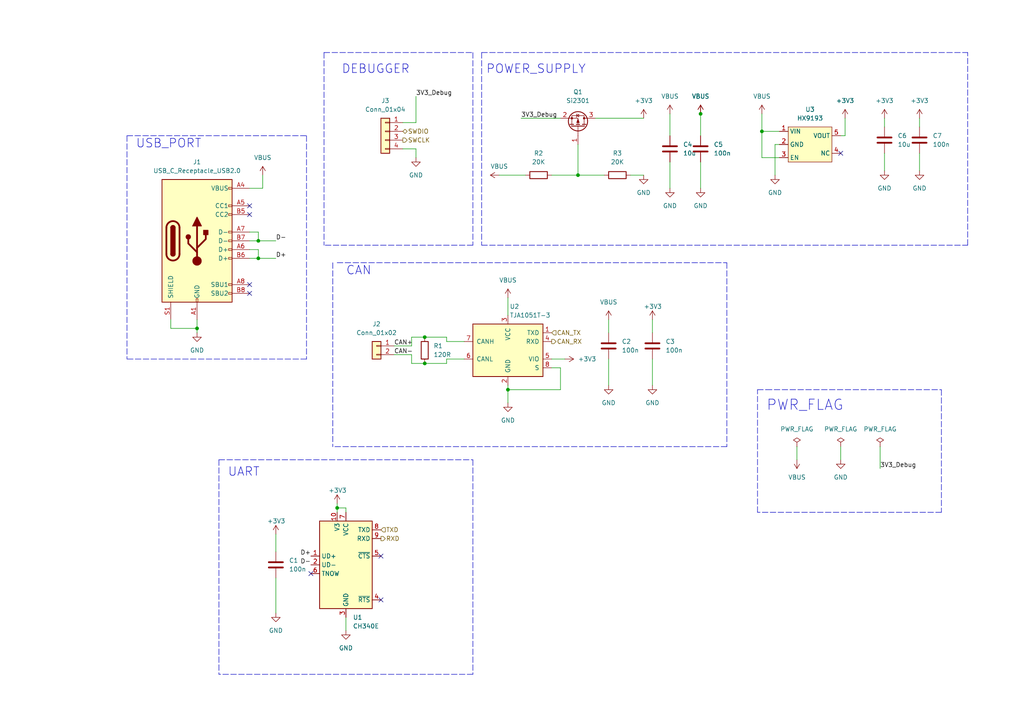
<source format=kicad_sch>
(kicad_sch (version 20211123) (generator eeschema)
  (paper "A4")
  (lib_symbols
    (symbol "Connector:USB_C_Receptacle_USB2.0" (pin_names (offset 1.016))
      (property "Reference" "J" (at -10.16 19.05 0))
      (property "Value" "USB_C_Receptacle_USB2.0" (at 19.05 19.05 0))
      (symbol "USB_C_Receptacle_USB2.0_0_0"
        (rectangle (start -0.254 -17.78) (end 0.254 -16.764))
        (rectangle (start 10.16 -14.986) (end 9.144 -15.494))
        (rectangle (start 10.16 -12.446) (end 9.144 -12.954))
        (rectangle (start 10.16 -4.826) (end 9.144 -5.334))
        (rectangle (start 10.16 -2.286) (end 9.144 -2.794))
        (rectangle (start 10.16 0.254) (end 9.144 -0.254))
        (rectangle (start 10.16 2.794) (end 9.144 2.286))
        (rectangle (start 10.16 7.874) (end 9.144 7.366))
        (rectangle (start 10.16 10.414) (end 9.144 9.906))
        (rectangle (start 10.16 15.494) (end 9.144 14.986))
      )
      (symbol "USB_C_Receptacle_USB2.0_0_1"
        (rectangle (start -10.16 17.78) (end 10.16 -17.78) (stroke (width 0.254)) (fill (type background)))
        (arc (start -8.89 -3.81) (mid -6.985 -5.715) (end -5.08 -3.81) (stroke (width 0.508)))
        (arc (start -7.62 -3.81) (mid -6.985 -4.445) (end -6.35 -3.81) (stroke (width 0.254)))
        (arc (start -7.62 -3.81) (mid -6.985 -4.445) (end -6.35 -3.81) (stroke (width 0.254)) (fill (type outline)))
        (rectangle (start -7.62 -3.81) (end -6.35 3.81) (stroke (width 0.254)) (fill (type outline)))
        (arc (start -6.35 3.81) (mid -6.985 4.445) (end -7.62 3.81) (stroke (width 0.254)))
        (arc (start -6.35 3.81) (mid -6.985 4.445) (end -7.62 3.81) (stroke (width 0.254)) (fill (type outline)))
        (arc (start -5.08 3.81) (mid -6.985 5.715) (end -8.89 3.81) (stroke (width 0.508)))
        (circle (center -2.54 1.143) (radius 0.635) (stroke (width 0.254)) (fill (type outline)))
        (circle (center 0 -5.842) (radius 1.27) (fill (type outline)))
        (polyline (pts (xy -8.89 -3.81) (xy -8.89 3.81)) (stroke (width 0.508)))
        (polyline (pts (xy -5.08 3.81) (xy -5.08 -3.81)) (stroke (width 0.508)))
        (polyline (pts (xy 0 -5.842) (xy 0 4.318)) (stroke (width 0.508)))
        (polyline (pts (xy 0 -3.302) (xy -2.54 -0.762) (xy -2.54 0.508)) (stroke (width 0.508)))
        (polyline (pts (xy 0 -2.032) (xy 2.54 0.508) (xy 2.54 1.778)) (stroke (width 0.508)))
        (polyline (pts (xy -1.27 4.318) (xy 0 6.858) (xy 1.27 4.318) (xy -1.27 4.318)) (stroke (width 0.254)) (fill (type outline)))
        (rectangle (start 1.905 1.778) (end 3.175 3.048) (stroke (width 0.254)) (fill (type outline)))
      )
      (symbol "USB_C_Receptacle_USB2.0_1_1"
        (pin passive line (at 0 -22.86 90) (length 5.08) (name "GND") (number "A1"))
        (pin passive line (at 0 -22.86 90) (length 5.08) hide (name "GND") (number "A12"))
        (pin passive line (at 15.24 15.24 180) (length 5.08) (name "VBUS") (number "A4"))
        (pin bidirectional line (at 15.24 10.16 180) (length 5.08) (name "CC1") (number "A5"))
        (pin bidirectional line (at 15.24 -2.54 180) (length 5.08) (name "D+") (number "A6"))
        (pin bidirectional line (at 15.24 2.54 180) (length 5.08) (name "D-") (number "A7"))
        (pin bidirectional line (at 15.24 -12.7 180) (length 5.08) (name "SBU1") (number "A8"))
        (pin passive line (at 15.24 15.24 180) (length 5.08) hide (name "VBUS") (number "A9"))
        (pin passive line (at 0 -22.86 90) (length 5.08) hide (name "GND") (number "B1"))
        (pin passive line (at 0 -22.86 90) (length 5.08) hide (name "GND") (number "B12"))
        (pin passive line (at 15.24 15.24 180) (length 5.08) hide (name "VBUS") (number "B4"))
        (pin bidirectional line (at 15.24 7.62 180) (length 5.08) (name "CC2") (number "B5"))
        (pin bidirectional line (at 15.24 -5.08 180) (length 5.08) (name "D+") (number "B6"))
        (pin bidirectional line (at 15.24 0 180) (length 5.08) (name "D-") (number "B7"))
        (pin bidirectional line (at 15.24 -15.24 180) (length 5.08) (name "SBU2") (number "B8"))
        (pin passive line (at 15.24 15.24 180) (length 5.08) hide (name "VBUS") (number "B9"))
        (pin passive line (at -7.62 -22.86 90) (length 5.08) (name "SHIELD") (number "S1"))
      )
    )
    (symbol "Connector_Generic:Conn_01x02" (pin_names (offset 1.016) hide)
      (property "Reference" "J" (at 0 2.54 0))
      (property "Value" "Conn_01x02" (at 0 -5.08 0))
      (symbol "Conn_01x02_1_1"
        (rectangle (start -1.27 -2.413) (end 0 -2.667) (stroke (width 0.1524)))
        (rectangle (start -1.27 0.127) (end 0 -0.127) (stroke (width 0.1524)))
        (rectangle (start -1.27 1.27) (end 1.27 -3.81) (stroke (width 0.254)) (fill (type background)))
        (pin passive line (at -5.08 0 0) (length 3.81) (name "Pin_1") (number "1"))
        (pin passive line (at -5.08 -2.54 0) (length 3.81) (name "Pin_2") (number "2"))
      )
    )
    (symbol "Connector_Generic:Conn_01x04" (pin_names (offset 1.016) hide)
      (property "Reference" "J" (at 0 5.08 0))
      (property "Value" "Conn_01x04" (at 0 -7.62 0))
      (symbol "Conn_01x04_1_1"
        (rectangle (start -1.27 -4.953) (end 0 -5.207) (stroke (width 0.1524)))
        (rectangle (start -1.27 -2.413) (end 0 -2.667) (stroke (width 0.1524)))
        (rectangle (start -1.27 0.127) (end 0 -0.127) (stroke (width 0.1524)))
        (rectangle (start -1.27 2.667) (end 0 2.413) (stroke (width 0.1524)))
        (rectangle (start -1.27 3.81) (end 1.27 -6.35) (stroke (width 0.254)) (fill (type background)))
        (pin passive line (at -5.08 2.54 0) (length 3.81) (name "Pin_1") (number "1"))
        (pin passive line (at -5.08 0 0) (length 3.81) (name "Pin_2") (number "2"))
        (pin passive line (at -5.08 -2.54 0) (length 3.81) (name "Pin_3") (number "3"))
        (pin passive line (at -5.08 -5.08 0) (length 3.81) (name "Pin_4") (number "4"))
      )
    )
    (symbol "Device:C" (pin_numbers hide) (pin_names (offset 0.254))
      (property "Reference" "C" (at 0.635 2.54 0))
      (property "Value" "C" (at 0.635 -2.54 0))
      (symbol "C_0_1"
        (polyline (pts (xy -2.032 -0.762) (xy 2.032 -0.762)) (stroke (width 0.508)))
        (polyline (pts (xy -2.032 0.762) (xy 2.032 0.762)) (stroke (width 0.508)))
      )
      (symbol "C_1_1"
        (pin passive line (at 0 3.81 270) (length 2.794) (name "~") (number "1"))
        (pin passive line (at 0 -3.81 90) (length 2.794) (name "~") (number "2"))
      )
    )
    (symbol "Device:R" (pin_numbers hide) (pin_names (offset 0))
      (property "Reference" "R" (at 2.032 0 90))
      (property "Value" "R" (at 0 0 90))
      (symbol "R_0_1"
        (rectangle (start -1.016 -2.54) (end 1.016 2.54) (stroke (width 0.254)))
      )
      (symbol "R_1_1"
        (pin passive line (at 0 3.81 270) (length 1.27) (name "~") (number "1"))
        (pin passive line (at 0 -3.81 90) (length 1.27) (name "~") (number "2"))
      )
    )
    (symbol "Interface_CAN_LIN:TJA1051T-3" (pin_names (offset 1.016))
      (property "Reference" "U" (at -10.16 8.89 0))
      (property "Value" "TJA1051T-3" (at 1.27 8.89 0))
      (symbol "TJA1051T-3_0_1"
        (rectangle (start -10.16 7.62) (end 10.16 -7.62) (stroke (width 0.254)) (fill (type background)))
      )
      (symbol "TJA1051T-3_1_1"
        (pin input line (at -12.7 5.08 0) (length 2.54) (name "TXD") (number "1"))
        (pin power_in line (at 0 -10.16 90) (length 2.54) (name "GND") (number "2"))
        (pin power_in line (at 0 10.16 270) (length 2.54) (name "VCC") (number "3"))
        (pin output line (at -12.7 2.54 0) (length 2.54) (name "RXD") (number "4"))
        (pin power_in line (at -12.7 -2.54 0) (length 2.54) (name "VIO") (number "5"))
        (pin bidirectional line (at 12.7 -2.54 180) (length 2.54) (name "CANL") (number "6"))
        (pin bidirectional line (at 12.7 2.54 180) (length 2.54) (name "CANH") (number "7"))
        (pin input line (at -12.7 -5.08 0) (length 2.54) (name "S") (number "8"))
      )
    )
    (symbol "Interface_USB:CH340E"
      (property "Reference" "U" (at -5.08 13.97 0))
      (property "Value" "CH340E" (at 1.27 13.97 0))
      (symbol "CH340E_0_1"
        (rectangle (start -7.62 12.7) (end 7.62 -12.7) (stroke (width 0.254)) (fill (type background)))
      )
      (symbol "CH340E_1_1"
        (pin bidirectional line (at -10.16 2.54 0) (length 2.54) (name "UD+") (number "1"))
        (pin passive line (at -2.54 15.24 270) (length 2.54) (name "V3") (number "10"))
        (pin bidirectional line (at -10.16 0 0) (length 2.54) (name "UD-") (number "2"))
        (pin power_in line (at 0 -15.24 90) (length 2.54) (name "GND") (number "3"))
        (pin output line (at 10.16 -10.16 180) (length 2.54) (name "~{RTS}") (number "4"))
        (pin input line (at 10.16 2.54 180) (length 2.54) (name "~{CTS}") (number "5"))
        (pin output line (at -10.16 -2.54 0) (length 2.54) (name "TNOW") (number "6"))
        (pin power_in line (at 0 15.24 270) (length 2.54) (name "VCC") (number "7"))
        (pin output line (at 10.16 10.16 180) (length 2.54) (name "TXD") (number "8"))
        (pin input line (at 10.16 7.62 180) (length 2.54) (name "RXD") (number "9"))
      )
    )
    (symbol "New_Library:HX9193"
      (property "Reference" "U" (at 6.35 6.35 0))
      (property "Value" "HX9193" (at -2.54 6.35 0))
      (symbol "HX9193_0_1"
        (rectangle (start -6.35 5.08) (end -6.35 5.08))
        (rectangle (start -6.35 5.08) (end 6.35 -5.08) (fill (type background)))
      )
      (symbol "HX9193_1_1"
        (pin power_in line (at -8.89 3.81 0) (length 2.54) (name "VIN") (number "1"))
        (pin power_in line (at -8.89 0 0) (length 2.54) (name "GND") (number "2"))
        (pin input line (at -8.89 -3.81 0) (length 2.54) (name "EN") (number "3"))
        (pin bidirectional line (at 8.89 -2.54 180) (length 2.54) (name "NC") (number "4"))
        (pin power_out line (at 8.89 2.54 180) (length 2.54) (name "VOUT") (number "5"))
      )
    )
    (symbol "Transistor_FET:Si2319CDS" (pin_names hide)
      (property "Reference" "Q" (at 5.08 1.905 0))
      (property "Value" "Si2319CDS" (at 5.08 0 0))
      (symbol "Si2319CDS_0_1"
        (polyline (pts (xy 0.254 0) (xy -2.54 0)))
        (polyline (pts (xy 0.254 1.905) (xy 0.254 -1.905)) (stroke (width 0.254)))
        (polyline (pts (xy 0.762 -1.27) (xy 0.762 -2.286)) (stroke (width 0.254)))
        (polyline (pts (xy 0.762 0.508) (xy 0.762 -0.508)) (stroke (width 0.254)))
        (polyline (pts (xy 0.762 2.286) (xy 0.762 1.27)) (stroke (width 0.254)))
        (polyline (pts (xy 2.54 2.54) (xy 2.54 1.778)))
        (polyline (pts (xy 2.54 -2.54) (xy 2.54 0) (xy 0.762 0)))
        (polyline (pts (xy 0.762 1.778) (xy 3.302 1.778) (xy 3.302 -1.778) (xy 0.762 -1.778)))
        (polyline (pts (xy 2.286 0) (xy 1.27 0.381) (xy 1.27 -0.381) (xy 2.286 0)) (fill (type outline)))
        (polyline (pts (xy 2.794 -0.508) (xy 2.921 -0.381) (xy 3.683 -0.381) (xy 3.81 -0.254)))
        (polyline (pts (xy 3.302 -0.381) (xy 2.921 0.254) (xy 3.683 0.254) (xy 3.302 -0.381)))
        (circle (center 1.651 0) (radius 2.794) (stroke (width 0.254)))
        (circle (center 2.54 -1.778) (radius 0.254) (fill (type outline)))
        (circle (center 2.54 1.778) (radius 0.254) (fill (type outline)))
      )
      (symbol "Si2319CDS_1_1"
        (pin input line (at -5.08 0 0) (length 2.54) (name "G") (number "1"))
        (pin passive line (at 2.54 -5.08 90) (length 2.54) (name "S") (number "2"))
        (pin passive line (at 2.54 5.08 270) (length 2.54) (name "D") (number "3"))
      )
    )
    (symbol "power:+3V3" (power) (pin_names (offset 0))
      (property "Value" "+3V3" (at 0 3.556 0))
      (symbol "+3V3_0_1"
        (polyline (pts (xy -0.762 1.27) (xy 0 2.54)))
        (polyline (pts (xy 0 0) (xy 0 2.54)))
        (polyline (pts (xy 0 2.54) (xy 0.762 1.27)))
      )
      (symbol "+3V3_1_1"
        (pin power_in line (at 0 0 90) (length 0) hide (name "+3V3") (number "1"))
      )
    )
    (symbol "power:GND" (power) (pin_names (offset 0))
      (property "Value" "GND" (at 0 -3.81 0))
      (symbol "GND_0_1"
        (polyline (pts (xy 0 0) (xy 0 -1.27) (xy 1.27 -1.27) (xy 0 -2.54) (xy -1.27 -1.27) (xy 0 -1.27)))
      )
      (symbol "GND_1_1"
        (pin power_in line (at 0 0 270) (length 0) hide (name "GND") (number "1"))
      )
    )
    (symbol "power:PWR_FLAG" (power) (pin_numbers hide) (pin_names (offset 0) hide)
      (property "Value" "PWR_FLAG" (at 0 3.81 0))
      (symbol "PWR_FLAG_0_0"
        (pin power_out line (at 0 0 90) (length 0) (name "pwr") (number "1"))
      )
      (symbol "PWR_FLAG_0_1"
        (polyline (pts (xy 0 0) (xy 0 1.27) (xy -1.016 1.905) (xy 0 2.54) (xy 1.016 1.905) (xy 0 1.27)))
      )
    )
    (symbol "power:VBUS" (power) (pin_names (offset 0))
      (property "Value" "VBUS" (at 0 3.81 0))
      (symbol "VBUS_0_1"
        (polyline (pts (xy -0.762 1.27) (xy 0 2.54)))
        (polyline (pts (xy 0 0) (xy 0 2.54)))
        (polyline (pts (xy 0 2.54) (xy 0.762 1.27)))
      )
      (symbol "VBUS_1_1"
        (pin power_in line (at 0 0 90) (length 0) hide (name "VBUS") (number "1"))
      )
    )
  )
  (junction (at 167.64 50.8))
  (junction (at 57.15 95.25))
  (junction (at 74.93 74.93))
  (junction (at 74.93 69.85))
  (junction (at 147.32 113.03))
  (junction (at 220.98 38.1))
  (junction (at 203.2 33.02))
  (junction (at 123.19 105.41))
  (junction (at 97.79 147.32))
  (junction (at 123.19 97.79))
  (no_connect (at 243.84 44.45))
  (no_connect (at 90.17 166.37))
  (no_connect (at 110.49 173.99))
  (no_connect (at 110.49 161.29))
  (no_connect (at 72.39 82.55))
  (no_connect (at 72.39 85.09))
  (no_connect (at 72.39 62.23))
  (no_connect (at 72.39 59.69))
  (polyline (pts (xy 210.82 76.2) (xy 210.82 129.54)))
  (wire (pts (xy 116.84 43.18) (xy 120.65 43.18)))
  (wire (pts (xy 256.54 44.45) (xy 256.54 49.53)))
  (polyline (pts (xy 139.7 71.12) (xy 280.67 71.12)))
  (wire (pts (xy 74.93 72.39) (xy 74.93 74.93)))
  (polyline (pts (xy 93.98 15.24) (xy 93.98 71.12)))
  (wire (pts (xy 97.79 147.32) (xy 97.79 148.59)))
  (wire (pts (xy 100.33 148.59) (xy 100.33 147.32)))
  (wire (pts (xy 167.64 50.8) (xy 175.26 50.8)))
  (wire (pts (xy 116.84 35.56) (xy 120.65 35.56)))
  (wire (pts (xy 114.3 100.33) (xy 119.38 100.33)))
  (wire (pts (xy 74.93 67.31) (xy 74.93 69.85)))
  (polyline (pts (xy 93.98 15.24) (xy 137.16 15.24)))
  (wire (pts (xy 49.53 95.25) (xy 57.15 95.25)))
  (wire (pts (xy 76.2 54.61) (xy 72.39 54.61)))
  (wire (pts (xy 182.88 50.8) (xy 186.69 50.8)))
  (polyline (pts (xy 88.9 104.14) (xy 36.83 104.14)))
  (wire (pts (xy 114.3 102.87) (xy 119.38 102.87)))
  (polyline (pts (xy 63.5 133.35) (xy 63.5 195.58)))
  (wire (pts (xy 162.56 106.68) (xy 162.56 113.03)))
  (wire (pts (xy 189.23 104.14) (xy 189.23 111.76)))
  (wire (pts (xy 57.15 92.71) (xy 57.15 95.25)))
  (wire (pts (xy 72.39 69.85) (xy 74.93 69.85)))
  (wire (pts (xy 147.32 86.36) (xy 147.32 91.44)))
  (wire (pts (xy 176.53 92.71) (xy 176.53 96.52)))
  (polyline (pts (xy 97.79 76.2) (xy 210.82 76.2)))
  (wire (pts (xy 74.93 74.93) (xy 80.01 74.93)))
  (wire (pts (xy 226.06 45.72) (xy 220.98 45.72)))
  (wire (pts (xy 100.33 179.07) (xy 100.33 182.88)))
  (wire (pts (xy 74.93 69.85) (xy 80.01 69.85)))
  (wire (pts (xy 72.39 67.31) (xy 74.93 67.31)))
  (wire (pts (xy 57.15 95.25) (xy 57.15 96.52)))
  (polyline (pts (xy 137.16 195.58) (xy 63.5 195.58)))
  (wire (pts (xy 255.27 129.54) (xy 255.27 135.89)))
  (polyline (pts (xy 210.82 129.54) (xy 96.52 129.54)))
  (wire (pts (xy 245.11 39.37) (xy 243.84 39.37)))
  (wire (pts (xy 243.84 129.54) (xy 243.84 133.35)))
  (wire (pts (xy 220.98 38.1) (xy 226.06 38.1)))
  (wire (pts (xy 120.65 43.18) (xy 120.65 45.72)))
  (wire (pts (xy 119.38 97.79) (xy 123.19 97.79)))
  (wire (pts (xy 194.31 46.99) (xy 194.31 54.61)))
  (wire (pts (xy 97.79 146.05) (xy 97.79 147.32)))
  (wire (pts (xy 129.54 104.14) (xy 129.54 105.41)))
  (wire (pts (xy 220.98 38.1) (xy 220.98 45.72)))
  (wire (pts (xy 224.79 41.91) (xy 224.79 50.8)))
  (polyline (pts (xy 273.05 113.03) (xy 273.05 148.59)))
  (wire (pts (xy 129.54 99.06) (xy 129.54 97.79)))
  (polyline (pts (xy 96.52 76.2) (xy 96.52 129.54)))
  (wire (pts (xy 160.02 106.68) (xy 162.56 106.68)))
  (wire (pts (xy 72.39 72.39) (xy 74.93 72.39)))
  (wire (pts (xy 194.31 33.02) (xy 194.31 39.37)))
  (wire (pts (xy 176.53 104.14) (xy 176.53 111.76)))
  (wire (pts (xy 76.2 50.8) (xy 76.2 54.61)))
  (wire (pts (xy 266.7 44.45) (xy 266.7 49.53)))
  (polyline (pts (xy 273.05 148.59) (xy 219.71 148.59)))
  (wire (pts (xy 119.38 100.33) (xy 119.38 97.79)))
  (wire (pts (xy 134.62 104.14) (xy 129.54 104.14)))
  (wire (pts (xy 129.54 97.79) (xy 123.19 97.79)))
  (wire (pts (xy 49.53 92.71) (xy 49.53 95.25)))
  (wire (pts (xy 189.23 92.71) (xy 189.23 96.52)))
  (wire (pts (xy 80.01 167.64) (xy 80.01 177.8)))
  (polyline (pts (xy 88.9 39.37) (xy 88.9 104.14)))
  (polyline (pts (xy 63.5 133.35) (xy 137.16 133.35)))
  (wire (pts (xy 119.38 105.41) (xy 123.19 105.41)))
  (wire (pts (xy 231.14 129.54) (xy 231.14 133.35)))
  (wire (pts (xy 167.64 41.91) (xy 167.64 50.8)))
  (wire (pts (xy 123.19 105.41) (xy 129.54 105.41)))
  (wire (pts (xy 220.98 33.02) (xy 220.98 38.1)))
  (wire (pts (xy 80.01 154.94) (xy 80.01 160.02)))
  (wire (pts (xy 100.33 147.32) (xy 97.79 147.32)))
  (polyline (pts (xy 36.83 39.37) (xy 36.83 104.14)))
  (wire (pts (xy 120.65 27.94) (xy 120.65 35.56)))
  (polyline (pts (xy 139.7 15.24) (xy 139.7 71.12)))
  (wire (pts (xy 256.54 34.29) (xy 256.54 36.83)))
  (wire (pts (xy 172.72 34.29) (xy 186.69 34.29)))
  (polyline (pts (xy 36.83 39.37) (xy 88.9 39.37)))
  (polyline (pts (xy 222.25 113.03) (xy 273.05 113.03)))
  (polyline (pts (xy 137.16 133.35) (xy 137.16 195.58)))
  (polyline (pts (xy 219.71 148.59) (xy 219.71 113.03)))
  (wire (pts (xy 266.7 34.29) (xy 266.7 36.83)))
  (wire (pts (xy 160.02 104.14) (xy 163.83 104.14)))
  (wire (pts (xy 119.38 102.87) (xy 119.38 105.41)))
  (wire (pts (xy 134.62 99.06) (xy 129.54 99.06)))
  (polyline (pts (xy 137.16 15.24) (xy 137.16 71.12)))
  (polyline (pts (xy 137.16 71.12) (xy 93.98 71.12)))
  (polyline (pts (xy 280.67 71.12) (xy 280.67 15.24)))
  (wire (pts (xy 203.2 33.02) (xy 203.2 39.37)))
  (polyline (pts (xy 139.7 15.24) (xy 280.67 15.24)))
  (wire (pts (xy 147.32 111.76) (xy 147.32 113.03)))
  (wire (pts (xy 72.39 74.93) (xy 74.93 74.93)))
  (wire (pts (xy 203.2 46.99) (xy 203.2 54.61)))
  (wire (pts (xy 151.13 34.29) (xy 162.56 34.29)))
  (wire (pts (xy 144.78 50.8) (xy 152.4 50.8)))
  (wire (pts (xy 224.79 41.91) (xy 226.06 41.91)))
  (wire (pts (xy 160.02 50.8) (xy 167.64 50.8)))
  (wire (pts (xy 245.11 34.29) (xy 245.11 39.37)))
  (wire (pts (xy 162.56 113.03) (xy 147.32 113.03)))
  (wire (pts (xy 147.32 113.03) (xy 147.32 116.84)))
  (polyline (pts (xy 219.71 113.03) (xy 222.25 113.03)))
  (text "PWR_FLAG" (at 222.25 119.38 0) (effects (font (size 3 3)) (justify left bottom)))
  (text "USB_PORT\n" (at 39.37 43.18 0) (effects (font (size 2.5 2.5)) (justify left bottom)))
  (text "UART" (at 66.04 138.43 0) (effects (font (size 2.5 2.5)) (justify left bottom)))
  (text "DEBUGGER\n" (at 99.06 21.59 0) (effects (font (size 2.5 2.5)) (justify left bottom)))
  (text "POWER_SUPPLY" (at 140.97 21.59 0) (effects (font (size 2.5 2.5)) (justify left bottom)))
  (text "CAN" (at 100.33 80.01 0) (effects (font (size 2.5 2.5)) (justify left bottom)))
  (label "CAN-" (at 114.3 102.87 0))
  (label "CAN+" (at 114.3 100.33 0))
  (label "D+" (at 80.01 74.93 0))
  (label "3V3_Debug" (at 255.27 135.89 0))
  (label "D+" (at 90.17 161.29 180))
  (label "3V3_Debug" (at 120.65 27.94 0))
  (label "D-" (at 80.01 69.85 0))
  (label "D-" (at 90.17 163.83 180))
  (label "3V3_Debug" (at 151.13 34.29 0))
  (hierarchical_label "CAN_TX" (shape input) (at 160.02 96.52 0))
  (hierarchical_label "SWDIO" (shape bidirectional) (at 116.84 38.1 0))
  (hierarchical_label "CAN_RX" (shape output) (at 160.02 99.06 0))
  (hierarchical_label "SWCLK" (shape output) (at 116.84 40.64 0))
  (hierarchical_label "TXD" (shape input) (at 110.49 153.67 0))
  (hierarchical_label "RXD" (shape output) (at 110.49 156.21 0))
  (symbol (lib_id "power:GND") (at 203.2 54.61 0) (unit 1)
    (property "Reference" "#PWR022" (effects hide))
    (property "Value" "GND" (at 203.2 59.69 0))
  )
  (symbol (lib_id "power:GND") (at 256.54 49.53 0) (unit 1)
    (property "Reference" "#PWR027" (effects hide))
    (property "Value" "GND" (at 256.54 54.61 0))
  )
  (symbol (lib_id "power:GND") (at 266.7 49.53 0) (unit 1)
    (property "Reference" "#PWR029" (effects hide))
    (property "Value" "GND" (at 266.7 54.61 0))
  )
  (symbol (lib_id "power:GND") (at 80.01 177.8 0) (unit 1)
    (property "Reference" "#PWR04" (effects hide))
    (property "Value" "GND" (at 80.01 182.88 0))
  )
  (symbol (lib_id "power:GND") (at 224.79 50.8 0) (unit 1)
    (property "Reference" "#PWR024" (effects hide))
    (property "Value" "GND" (at 224.79 55.88 0))
  )
  (symbol (lib_id "Device:C") (at 203.2 43.18 0) (unit 1)
    (property "Reference" "C5" (at 207.01 41.9099 0) (effects (justify left)))
    (property "Value" "100n" (at 207.01 44.4499 0) (effects (justify left)))
    (property "Footprint" "Capacitor_SMD:C_0603_1608Metric" (effects hide))
  )
  (symbol (lib_id "power:+3V3") (at 266.7 34.29 0) (unit 1)
    (property "Reference" "#PWR028" (effects hide))
    (property "Value" "+3V3" (at 266.7 29.21 0))
  )
  (symbol (lib_id "power:GND") (at 120.65 45.72 0) (unit 1)
    (property "Reference" "#PWR07" (effects hide))
    (property "Value" "GND" (at 120.65 50.8 0))
  )
  (symbol (lib_id "Device:R") (at 179.07 50.8 90) (unit 1)
    (property "Reference" "R3" (at 179.07 44.45 90))
    (property "Value" "20K" (at 179.07 46.99 90))
    (property "Footprint" "Resistor_SMD:R_0603_1608Metric" (effects hide))
  )
  (symbol (lib_id "power:VBUS") (at 176.53 92.71 0) (unit 1)
    (property "Reference" "#PWR012" (effects hide))
    (property "Value" "VBUS" (at 176.53 87.63 0))
  )
  (symbol (lib_id "Device:C") (at 80.01 163.83 0) (unit 1)
    (property "Reference" "C1" (at 83.82 162.5599 0) (effects (justify left)))
    (property "Value" "100n" (at 83.82 165.0999 0) (effects (justify left)))
    (property "Footprint" "Capacitor_SMD:C_0603_1608Metric" (effects hide))
  )
  (symbol (lib_id "Interface_CAN_LIN:TJA1051T-3") (at 147.32 101.6 0) (mirror y) (unit 1)
    (property "Reference" "U2" (at 147.8406 88.9 0) (effects (justify right)))
    (property "Value" "TJA1051T-3" (at 147.8406 91.44 0) (effects (justify right)))
    (property "Footprint" "Package_SO:SOIC-8_3.9x4.9mm_P1.27mm" (effects hide))
    (property "Datasheet" "http://www.nxp.com/documents/data_sheet/TJA1051.pdf" (effects hide))
  )
  (symbol (lib_id "power:VBUS") (at 203.2 33.02 0) (unit 1)
    (property "Reference" "#PWR020" (effects hide))
    (property "Value" "VBUS" (at 203.2 27.94 0))
  )
  (symbol (lib_id "Device:C") (at 189.23 100.33 0) (unit 1)
    (property "Reference" "C3" (at 193.04 99.0599 0) (effects (justify left)))
    (property "Value" "100n" (at 193.04 101.5999 0) (effects (justify left)))
    (property "Footprint" "Capacitor_SMD:C_0603_1608Metric" (effects hide))
  )
  (symbol (lib_id "power:VBUS") (at 231.14 133.35 180) (unit 1)
    (property "Reference" "#PWR0101" (effects hide))
    (property "Value" "VBUS" (at 228.6 138.43 0) (effects (justify right)))
  )
  (symbol (lib_id "power:GND") (at 194.31 54.61 0) (unit 1)
    (property "Reference" "#PWR019" (effects hide))
    (property "Value" "GND" (at 194.31 59.69 0))
  )
  (symbol (lib_id "Connector_Generic:Conn_01x04") (at 111.76 38.1 0) (mirror y) (unit 1)
    (property "Reference" "J3" (at 111.76 29.21 0))
    (property "Value" "Conn_01x04" (at 111.76 31.75 0))
    (property "Footprint" "Connector_PinHeader_2.54mm:PinHeader_1x04_P2.54mm_Vertical" (effects hide))
  )
  (symbol (lib_id "Interface_USB:CH340E") (at 100.33 163.83 0) (unit 1)
    (property "Reference" "U1" (at 102.3494 179.07 0) (effects (justify left)))
    (property "Value" "CH340E" (at 102.3494 181.61 0) (effects (justify left)))
    (property "Footprint" "Package_SO:MSOP-10_3x3mm_P0.5mm" (effects hide))
    (property "Datasheet" "https://www.mpja.com/download/35227cpdata.pdf" (effects hide))
  )
  (symbol (lib_id "power:+3V3") (at 163.83 104.14 270) (unit 1)
    (property "Reference" "#PWR011" (effects hide))
    (property "Value" "+3V3" (at 167.64 104.1399 90) (effects (justify left)))
  )
  (symbol (lib_id "power:GND") (at 243.84 133.35 0) (unit 1)
    (property "Reference" "#PWR0102" (effects hide))
    (property "Value" "GND" (at 243.84 138.43 0))
  )
  (symbol (lib_id "power:VBUS") (at 220.98 33.02 0) (unit 1)
    (property "Reference" "#PWR023" (effects hide))
    (property "Value" "VBUS" (at 220.98 27.94 0))
  )
  (symbol (lib_id "power:VBUS") (at 203.2 33.02 0) (unit 1)
    (property "Reference" "#PWR021" (effects hide))
    (property "Value" "VBUS" (at 203.2 27.94 0))
  )
  (symbol (lib_id "power:GND") (at 189.23 111.76 0) (unit 1)
    (property "Reference" "#PWR017" (effects hide))
    (property "Value" "GND" (at 189.23 116.84 0))
  )
  (symbol (lib_id "power:GND") (at 147.32 116.84 0) (unit 1)
    (property "Reference" "#PWR010" (effects hide))
    (property "Value" "GND" (at 147.32 121.92 0))
  )
  (symbol (lib_id "Device:C") (at 256.54 40.64 0) (unit 1)
    (property "Reference" "C6" (at 260.35 39.3699 0) (effects (justify left)))
    (property "Value" "10u" (at 260.35 41.9099 0) (effects (justify left)))
    (property "Footprint" "Capacitor_SMD:C_0603_1608Metric" (effects hide))
  )
  (symbol (lib_id "New_Library:HX9193") (at 234.95 41.91 0) (unit 1)
    (property "Reference" "U3" (at 234.95 31.75 0))
    (property "Value" "HX9193" (at 234.95 34.29 0))
    (property "Footprint" "Package_TO_SOT_SMD:SOT-23-5_HandSoldering" (effects hide))
  )
  (symbol (lib_id "power:GND") (at 100.33 182.88 0) (unit 1)
    (property "Reference" "#PWR06" (effects hide))
    (property "Value" "GND" (at 100.33 187.96 0))
  )
  (symbol (lib_id "power:+3V3") (at 186.69 34.29 0) (unit 1)
    (property "Reference" "#PWR014" (effects hide))
    (property "Value" "+3V3" (at 186.69 29.21 0))
  )
  (symbol (lib_id "power:+3V3") (at 80.01 154.94 0) (unit 1)
    (property "Reference" "#PWR03" (effects hide))
    (property "Value" "+3V3" (at 77.47 151.13 0) (effects (justify left)))
  )
  (symbol (lib_id "power:VBUS") (at 194.31 33.02 0) (unit 1)
    (property "Reference" "#PWR018" (effects hide))
    (property "Value" "VBUS" (at 194.31 27.94 0))
  )
  (symbol (lib_id "power:+3V3") (at 245.11 34.29 0) (unit 1)
    (property "Reference" "#PWR025" (effects hide))
    (property "Value" "+3V3" (at 245.11 29.21 0))
  )
  (symbol (lib_id "power:PWR_FLAG") (at 231.14 129.54 0) (unit 1)
    (property "Reference" "#FLG0101" (effects hide))
    (property "Value" "PWR_FLAG" (at 231.14 124.46 0))
  )
  (symbol (lib_id "Device:C") (at 176.53 100.33 0) (unit 1)
    (property "Reference" "C2" (at 180.34 99.0599 0) (effects (justify left)))
    (property "Value" "100n" (at 180.34 101.5999 0) (effects (justify left)))
    (property "Footprint" "Capacitor_SMD:C_0603_1608Metric" (effects hide))
  )
  (symbol (lib_id "power:VBUS") (at 144.78 50.8 90) (unit 1)
    (property "Reference" "#PWR08" (effects hide))
    (property "Value" "VBUS" (at 142.24 48.26 90) (effects (justify right)))
  )
  (symbol (lib_id "power:VBUS") (at 76.2 50.8 0) (unit 1)
    (property "Reference" "#PWR02" (effects hide))
    (property "Value" "VBUS" (at 76.2 45.72 0))
  )
  (symbol (lib_id "power:GND") (at 186.69 50.8 0) (unit 1)
    (property "Reference" "#PWR015" (effects hide))
    (property "Value" "GND" (at 186.69 55.88 0))
  )
  (symbol (lib_id "power:+3V3") (at 256.54 34.29 0) (unit 1)
    (property "Reference" "#PWR026" (effects hide))
    (property "Value" "+3V3" (at 256.54 29.21 0))
  )
  (symbol (lib_id "Transistor_FET:Si2319CDS") (at 167.64 36.83 270) (mirror x) (unit 1)
    (property "Reference" "Q1" (at 167.64 26.67 90))
    (property "Value" "Si2301" (at 167.64 29.21 90))
    (property "Footprint" "Package_TO_SOT_SMD:TSOT-23" (effects hide))
    (property "Datasheet" "http://www.vishay.com/docs/66709/si2319cd.pdf" (effects hide))
  )
  (symbol (lib_id "power:+3V3") (at 97.79 146.05 0) (unit 1)
    (property "Reference" "#PWR05" (effects hide))
    (property "Value" "+3V3" (at 95.25 142.24 0) (effects (justify left)))
  )
  (symbol (lib_id "Device:C") (at 266.7 40.64 0) (unit 1)
    (property "Reference" "C7" (at 270.51 39.3699 0) (effects (justify left)))
    (property "Value" "100n" (at 270.51 41.9099 0) (effects (justify left)))
    (property "Footprint" "Capacitor_SMD:C_0603_1608Metric" (effects hide))
  )
  (symbol (lib_id "power:PWR_FLAG") (at 243.84 129.54 0) (unit 1)
    (property "Reference" "#FLG0102" (effects hide))
    (property "Value" "PWR_FLAG" (at 243.84 124.46 0))
  )
  (symbol (lib_id "power:VBUS") (at 147.32 86.36 0) (unit 1)
    (property "Reference" "#PWR09" (effects hide))
    (property "Value" "VBUS" (at 147.32 81.28 0))
  )
  (symbol (lib_id "Connector_Generic:Conn_01x02") (at 109.22 100.33 0) (mirror y) (unit 1)
    (property "Reference" "J2" (at 109.22 93.98 0))
    (property "Value" "Conn_01x02" (at 109.22 96.52 0))
    (property "Footprint" "Connector_JST:JST_GH_SM02B-GHS-TB_1x02-1MP_P1.25mm_Horizontal" (effects hide))
  )
  (symbol (lib_id "Device:C") (at 194.31 43.18 0) (unit 1)
    (property "Reference" "C4" (at 198.12 41.9099 0) (effects (justify left)))
    (property "Value" "10u" (at 198.12 44.4499 0) (effects (justify left)))
    (property "Footprint" "Capacitor_SMD:C_0603_1608Metric" (effects hide))
  )
  (symbol (lib_id "Device:R") (at 156.21 50.8 90) (unit 1)
    (property "Reference" "R2" (at 156.21 44.45 90))
    (property "Value" "20K" (at 156.21 46.99 90))
    (property "Footprint" "Resistor_SMD:R_0603_1608Metric" (effects hide))
  )
  (symbol (lib_id "power:+3V3") (at 189.23 92.71 0) (unit 1)
    (property "Reference" "#PWR016" (effects hide))
    (property "Value" "+3V3" (at 186.69 88.9 0) (effects (justify left)))
  )
  (symbol (lib_id "power:GND") (at 57.15 96.52 0) (unit 1)
    (property "Reference" "#PWR01" (effects hide))
    (property "Value" "GND" (at 57.15 101.6 0))
  )
  (symbol (lib_id "power:PWR_FLAG") (at 255.27 129.54 0) (unit 1)
    (property "Reference" "#FLG0103" (effects hide))
    (property "Value" "PWR_FLAG" (at 255.27 124.46 0))
  )
  (symbol (lib_id "power:GND") (at 176.53 111.76 0) (unit 1)
    (property "Reference" "#PWR013" (effects hide))
    (property "Value" "GND" (at 176.53 116.84 0))
  )
  (symbol (lib_id "Device:R") (at 123.19 101.6 0) (unit 1)
    (property "Reference" "R1" (at 125.73 100.3299 0) (effects (justify left)))
    (property "Value" "120R" (at 125.73 102.8699 0) (effects (justify left)))
    (property "Footprint" "Resistor_SMD:R_0603_1608Metric" (effects hide))
  )
  (symbol (lib_id "Connector:USB_C_Receptacle_USB2.0") (at 57.15 69.85 0) (unit 1)
    (property "Reference" "J1" (at 57.15 46.99 0))
    (property "Value" "USB_C_Receptacle_USB2.0" (at 57.15 49.53 0))
    (property "Footprint" "Connector_USB:USB_C_Receptacle_HRO_TYPE-C-31-M-12" (effects hide))
    (property "Datasheet" "https://www.usb.org/sites/default/files/documents/usb_type-c.zip" (effects hide))
  )
)
</source>
